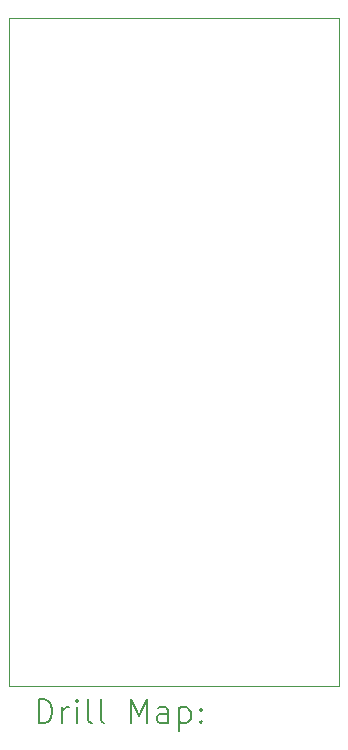
<source format=gbr>
%FSLAX45Y45*%
G04 Gerber Fmt 4.5, Leading zero omitted, Abs format (unit mm)*
G04 Created by KiCad (PCBNEW (6.0.5)) date 2024-02-04 14:25:51*
%MOMM*%
%LPD*%
G01*
G04 APERTURE LIST*
%TA.AperFunction,Profile*%
%ADD10C,0.100000*%
%TD*%
%ADD11C,0.200000*%
G04 APERTURE END LIST*
D10*
X14097000Y-5905500D02*
X16891000Y-5905500D01*
X16891000Y-5905500D02*
X16891000Y-11557000D01*
X16891000Y-11557000D02*
X14097000Y-11557000D01*
X14097000Y-11557000D02*
X14097000Y-5905500D01*
D11*
X14349619Y-11872476D02*
X14349619Y-11672476D01*
X14397238Y-11672476D01*
X14425809Y-11682000D01*
X14444857Y-11701048D01*
X14454381Y-11720095D01*
X14463905Y-11758190D01*
X14463905Y-11786762D01*
X14454381Y-11824857D01*
X14444857Y-11843905D01*
X14425809Y-11862952D01*
X14397238Y-11872476D01*
X14349619Y-11872476D01*
X14549619Y-11872476D02*
X14549619Y-11739143D01*
X14549619Y-11777238D02*
X14559143Y-11758190D01*
X14568667Y-11748667D01*
X14587714Y-11739143D01*
X14606762Y-11739143D01*
X14673428Y-11872476D02*
X14673428Y-11739143D01*
X14673428Y-11672476D02*
X14663905Y-11682000D01*
X14673428Y-11691524D01*
X14682952Y-11682000D01*
X14673428Y-11672476D01*
X14673428Y-11691524D01*
X14797238Y-11872476D02*
X14778190Y-11862952D01*
X14768667Y-11843905D01*
X14768667Y-11672476D01*
X14902000Y-11872476D02*
X14882952Y-11862952D01*
X14873428Y-11843905D01*
X14873428Y-11672476D01*
X15130571Y-11872476D02*
X15130571Y-11672476D01*
X15197238Y-11815333D01*
X15263905Y-11672476D01*
X15263905Y-11872476D01*
X15444857Y-11872476D02*
X15444857Y-11767714D01*
X15435333Y-11748667D01*
X15416286Y-11739143D01*
X15378190Y-11739143D01*
X15359143Y-11748667D01*
X15444857Y-11862952D02*
X15425809Y-11872476D01*
X15378190Y-11872476D01*
X15359143Y-11862952D01*
X15349619Y-11843905D01*
X15349619Y-11824857D01*
X15359143Y-11805809D01*
X15378190Y-11796286D01*
X15425809Y-11796286D01*
X15444857Y-11786762D01*
X15540095Y-11739143D02*
X15540095Y-11939143D01*
X15540095Y-11748667D02*
X15559143Y-11739143D01*
X15597238Y-11739143D01*
X15616286Y-11748667D01*
X15625809Y-11758190D01*
X15635333Y-11777238D01*
X15635333Y-11834381D01*
X15625809Y-11853428D01*
X15616286Y-11862952D01*
X15597238Y-11872476D01*
X15559143Y-11872476D01*
X15540095Y-11862952D01*
X15721048Y-11853428D02*
X15730571Y-11862952D01*
X15721048Y-11872476D01*
X15711524Y-11862952D01*
X15721048Y-11853428D01*
X15721048Y-11872476D01*
X15721048Y-11748667D02*
X15730571Y-11758190D01*
X15721048Y-11767714D01*
X15711524Y-11758190D01*
X15721048Y-11748667D01*
X15721048Y-11767714D01*
M02*

</source>
